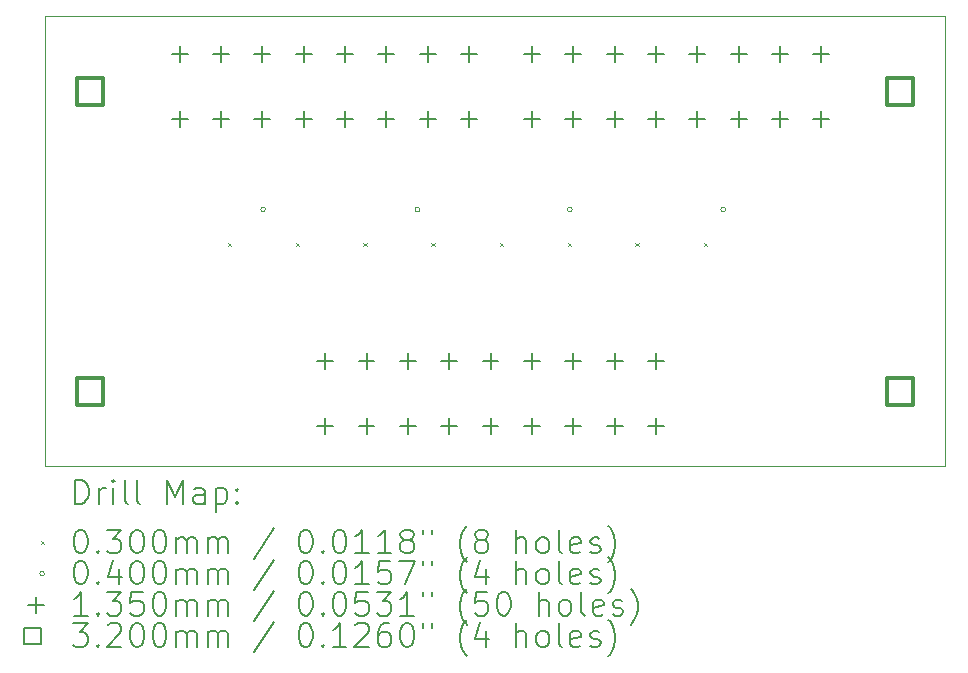
<source format=gbr>
%TF.GenerationSoftware,KiCad,Pcbnew,7.0.7*%
%TF.CreationDate,2023-09-05T00:06:30-07:00*%
%TF.ProjectId,Solenoid Board Ground Systems V1.1,536f6c65-6e6f-4696-9420-426f61726420,rev?*%
%TF.SameCoordinates,Original*%
%TF.FileFunction,Drillmap*%
%TF.FilePolarity,Positive*%
%FSLAX45Y45*%
G04 Gerber Fmt 4.5, Leading zero omitted, Abs format (unit mm)*
G04 Created by KiCad (PCBNEW 7.0.7) date 2023-09-05 00:06:30*
%MOMM*%
%LPD*%
G01*
G04 APERTURE LIST*
%ADD10C,0.100000*%
%ADD11C,0.200000*%
%ADD12C,0.030000*%
%ADD13C,0.040000*%
%ADD14C,0.135000*%
%ADD15C,0.320000*%
G04 APERTURE END LIST*
D10*
X2540000Y-2540000D02*
X10160000Y-2540000D01*
X10160000Y-6350000D01*
X2540000Y-6350000D01*
X2540000Y-2540000D01*
D11*
D12*
X4086500Y-4459000D02*
X4116500Y-4489000D01*
X4116500Y-4459000D02*
X4086500Y-4489000D01*
X4664000Y-4459000D02*
X4694000Y-4489000D01*
X4694000Y-4459000D02*
X4664000Y-4489000D01*
X5236500Y-4456500D02*
X5266500Y-4486500D01*
X5266500Y-4456500D02*
X5236500Y-4486500D01*
X5811500Y-4459000D02*
X5841500Y-4489000D01*
X5841500Y-4459000D02*
X5811500Y-4489000D01*
X6389000Y-4459000D02*
X6419000Y-4489000D01*
X6419000Y-4459000D02*
X6389000Y-4489000D01*
X6964000Y-4456500D02*
X6994000Y-4486500D01*
X6994000Y-4456500D02*
X6964000Y-4486500D01*
X7539000Y-4459000D02*
X7569000Y-4489000D01*
X7569000Y-4459000D02*
X7539000Y-4489000D01*
X8119000Y-4456500D02*
X8149000Y-4486500D01*
X8149000Y-4456500D02*
X8119000Y-4486500D01*
D13*
X4406000Y-4175000D02*
G75*
G03*
X4406000Y-4175000I-20000J0D01*
G01*
X5713593Y-4177000D02*
G75*
G03*
X5713593Y-4177000I-20000J0D01*
G01*
X7004000Y-4176000D02*
G75*
G03*
X7004000Y-4176000I-20000J0D01*
G01*
X8301000Y-4176000D02*
G75*
G03*
X8301000Y-4176000I-20000J0D01*
G01*
D14*
X3681000Y-2793500D02*
X3681000Y-2928500D01*
X3613500Y-2861000D02*
X3748500Y-2861000D01*
X3681000Y-3343500D02*
X3681000Y-3478500D01*
X3613500Y-3411000D02*
X3748500Y-3411000D01*
X4031000Y-2793500D02*
X4031000Y-2928500D01*
X3963500Y-2861000D02*
X4098500Y-2861000D01*
X4031000Y-3343500D02*
X4031000Y-3478500D01*
X3963500Y-3411000D02*
X4098500Y-3411000D01*
X4381000Y-2793500D02*
X4381000Y-2928500D01*
X4313500Y-2861000D02*
X4448500Y-2861000D01*
X4381000Y-3343500D02*
X4381000Y-3478500D01*
X4313500Y-3411000D02*
X4448500Y-3411000D01*
X4731000Y-2793500D02*
X4731000Y-2928500D01*
X4663500Y-2861000D02*
X4798500Y-2861000D01*
X4731000Y-3343500D02*
X4731000Y-3478500D01*
X4663500Y-3411000D02*
X4798500Y-3411000D01*
X4912000Y-5388500D02*
X4912000Y-5523500D01*
X4844500Y-5456000D02*
X4979500Y-5456000D01*
X4912000Y-5938500D02*
X4912000Y-6073500D01*
X4844500Y-6006000D02*
X4979500Y-6006000D01*
X5081000Y-2793500D02*
X5081000Y-2928500D01*
X5013500Y-2861000D02*
X5148500Y-2861000D01*
X5081000Y-3343500D02*
X5081000Y-3478500D01*
X5013500Y-3411000D02*
X5148500Y-3411000D01*
X5262000Y-5388500D02*
X5262000Y-5523500D01*
X5194500Y-5456000D02*
X5329500Y-5456000D01*
X5262000Y-5938500D02*
X5262000Y-6073500D01*
X5194500Y-6006000D02*
X5329500Y-6006000D01*
X5431000Y-2793500D02*
X5431000Y-2928500D01*
X5363500Y-2861000D02*
X5498500Y-2861000D01*
X5431000Y-3343500D02*
X5431000Y-3478500D01*
X5363500Y-3411000D02*
X5498500Y-3411000D01*
X5612000Y-5388500D02*
X5612000Y-5523500D01*
X5544500Y-5456000D02*
X5679500Y-5456000D01*
X5612000Y-5938500D02*
X5612000Y-6073500D01*
X5544500Y-6006000D02*
X5679500Y-6006000D01*
X5781000Y-2793500D02*
X5781000Y-2928500D01*
X5713500Y-2861000D02*
X5848500Y-2861000D01*
X5781000Y-3343500D02*
X5781000Y-3478500D01*
X5713500Y-3411000D02*
X5848500Y-3411000D01*
X5962000Y-5388500D02*
X5962000Y-5523500D01*
X5894500Y-5456000D02*
X6029500Y-5456000D01*
X5962000Y-5938500D02*
X5962000Y-6073500D01*
X5894500Y-6006000D02*
X6029500Y-6006000D01*
X6131000Y-2793500D02*
X6131000Y-2928500D01*
X6063500Y-2861000D02*
X6198500Y-2861000D01*
X6131000Y-3343500D02*
X6131000Y-3478500D01*
X6063500Y-3411000D02*
X6198500Y-3411000D01*
X6312000Y-5388500D02*
X6312000Y-5523500D01*
X6244500Y-5456000D02*
X6379500Y-5456000D01*
X6312000Y-5938500D02*
X6312000Y-6073500D01*
X6244500Y-6006000D02*
X6379500Y-6006000D01*
X6662000Y-2789500D02*
X6662000Y-2924500D01*
X6594500Y-2857000D02*
X6729500Y-2857000D01*
X6662000Y-3339500D02*
X6662000Y-3474500D01*
X6594500Y-3407000D02*
X6729500Y-3407000D01*
X6662000Y-5388500D02*
X6662000Y-5523500D01*
X6594500Y-5456000D02*
X6729500Y-5456000D01*
X6662000Y-5938500D02*
X6662000Y-6073500D01*
X6594500Y-6006000D02*
X6729500Y-6006000D01*
X7012000Y-2789500D02*
X7012000Y-2924500D01*
X6944500Y-2857000D02*
X7079500Y-2857000D01*
X7012000Y-3339500D02*
X7012000Y-3474500D01*
X6944500Y-3407000D02*
X7079500Y-3407000D01*
X7012000Y-5388500D02*
X7012000Y-5523500D01*
X6944500Y-5456000D02*
X7079500Y-5456000D01*
X7012000Y-5938500D02*
X7012000Y-6073500D01*
X6944500Y-6006000D02*
X7079500Y-6006000D01*
X7362000Y-2789500D02*
X7362000Y-2924500D01*
X7294500Y-2857000D02*
X7429500Y-2857000D01*
X7362000Y-3339500D02*
X7362000Y-3474500D01*
X7294500Y-3407000D02*
X7429500Y-3407000D01*
X7362000Y-5388500D02*
X7362000Y-5523500D01*
X7294500Y-5456000D02*
X7429500Y-5456000D01*
X7362000Y-5938500D02*
X7362000Y-6073500D01*
X7294500Y-6006000D02*
X7429500Y-6006000D01*
X7712000Y-2789500D02*
X7712000Y-2924500D01*
X7644500Y-2857000D02*
X7779500Y-2857000D01*
X7712000Y-3339500D02*
X7712000Y-3474500D01*
X7644500Y-3407000D02*
X7779500Y-3407000D01*
X7712000Y-5388500D02*
X7712000Y-5523500D01*
X7644500Y-5456000D02*
X7779500Y-5456000D01*
X7712000Y-5938500D02*
X7712000Y-6073500D01*
X7644500Y-6006000D02*
X7779500Y-6006000D01*
X8062000Y-2789500D02*
X8062000Y-2924500D01*
X7994500Y-2857000D02*
X8129500Y-2857000D01*
X8062000Y-3339500D02*
X8062000Y-3474500D01*
X7994500Y-3407000D02*
X8129500Y-3407000D01*
X8412000Y-2789500D02*
X8412000Y-2924500D01*
X8344500Y-2857000D02*
X8479500Y-2857000D01*
X8412000Y-3339500D02*
X8412000Y-3474500D01*
X8344500Y-3407000D02*
X8479500Y-3407000D01*
X8762000Y-2789500D02*
X8762000Y-2924500D01*
X8694500Y-2857000D02*
X8829500Y-2857000D01*
X8762000Y-3339500D02*
X8762000Y-3474500D01*
X8694500Y-3407000D02*
X8829500Y-3407000D01*
X9112000Y-2789500D02*
X9112000Y-2924500D01*
X9044500Y-2857000D02*
X9179500Y-2857000D01*
X9112000Y-3339500D02*
X9112000Y-3474500D01*
X9044500Y-3407000D02*
X9179500Y-3407000D01*
D15*
X3034138Y-3288138D02*
X3034138Y-3061862D01*
X2807862Y-3061862D01*
X2807862Y-3288138D01*
X3034138Y-3288138D01*
X3034138Y-5828138D02*
X3034138Y-5601862D01*
X2807862Y-5601862D01*
X2807862Y-5828138D01*
X3034138Y-5828138D01*
X9892138Y-3288138D02*
X9892138Y-3061862D01*
X9665862Y-3061862D01*
X9665862Y-3288138D01*
X9892138Y-3288138D01*
X9892138Y-5828138D02*
X9892138Y-5601862D01*
X9665862Y-5601862D01*
X9665862Y-5828138D01*
X9892138Y-5828138D01*
D11*
X2795777Y-6666484D02*
X2795777Y-6466484D01*
X2795777Y-6466484D02*
X2843396Y-6466484D01*
X2843396Y-6466484D02*
X2871967Y-6476008D01*
X2871967Y-6476008D02*
X2891015Y-6495055D01*
X2891015Y-6495055D02*
X2900539Y-6514103D01*
X2900539Y-6514103D02*
X2910062Y-6552198D01*
X2910062Y-6552198D02*
X2910062Y-6580769D01*
X2910062Y-6580769D02*
X2900539Y-6618865D01*
X2900539Y-6618865D02*
X2891015Y-6637912D01*
X2891015Y-6637912D02*
X2871967Y-6656960D01*
X2871967Y-6656960D02*
X2843396Y-6666484D01*
X2843396Y-6666484D02*
X2795777Y-6666484D01*
X2995777Y-6666484D02*
X2995777Y-6533150D01*
X2995777Y-6571246D02*
X3005301Y-6552198D01*
X3005301Y-6552198D02*
X3014824Y-6542674D01*
X3014824Y-6542674D02*
X3033872Y-6533150D01*
X3033872Y-6533150D02*
X3052920Y-6533150D01*
X3119586Y-6666484D02*
X3119586Y-6533150D01*
X3119586Y-6466484D02*
X3110062Y-6476008D01*
X3110062Y-6476008D02*
X3119586Y-6485531D01*
X3119586Y-6485531D02*
X3129110Y-6476008D01*
X3129110Y-6476008D02*
X3119586Y-6466484D01*
X3119586Y-6466484D02*
X3119586Y-6485531D01*
X3243396Y-6666484D02*
X3224348Y-6656960D01*
X3224348Y-6656960D02*
X3214824Y-6637912D01*
X3214824Y-6637912D02*
X3214824Y-6466484D01*
X3348158Y-6666484D02*
X3329110Y-6656960D01*
X3329110Y-6656960D02*
X3319586Y-6637912D01*
X3319586Y-6637912D02*
X3319586Y-6466484D01*
X3576729Y-6666484D02*
X3576729Y-6466484D01*
X3576729Y-6466484D02*
X3643396Y-6609341D01*
X3643396Y-6609341D02*
X3710062Y-6466484D01*
X3710062Y-6466484D02*
X3710062Y-6666484D01*
X3891015Y-6666484D02*
X3891015Y-6561722D01*
X3891015Y-6561722D02*
X3881491Y-6542674D01*
X3881491Y-6542674D02*
X3862443Y-6533150D01*
X3862443Y-6533150D02*
X3824348Y-6533150D01*
X3824348Y-6533150D02*
X3805301Y-6542674D01*
X3891015Y-6656960D02*
X3871967Y-6666484D01*
X3871967Y-6666484D02*
X3824348Y-6666484D01*
X3824348Y-6666484D02*
X3805301Y-6656960D01*
X3805301Y-6656960D02*
X3795777Y-6637912D01*
X3795777Y-6637912D02*
X3795777Y-6618865D01*
X3795777Y-6618865D02*
X3805301Y-6599817D01*
X3805301Y-6599817D02*
X3824348Y-6590293D01*
X3824348Y-6590293D02*
X3871967Y-6590293D01*
X3871967Y-6590293D02*
X3891015Y-6580769D01*
X3986253Y-6533150D02*
X3986253Y-6733150D01*
X3986253Y-6542674D02*
X4005301Y-6533150D01*
X4005301Y-6533150D02*
X4043396Y-6533150D01*
X4043396Y-6533150D02*
X4062443Y-6542674D01*
X4062443Y-6542674D02*
X4071967Y-6552198D01*
X4071967Y-6552198D02*
X4081491Y-6571246D01*
X4081491Y-6571246D02*
X4081491Y-6628388D01*
X4081491Y-6628388D02*
X4071967Y-6647436D01*
X4071967Y-6647436D02*
X4062443Y-6656960D01*
X4062443Y-6656960D02*
X4043396Y-6666484D01*
X4043396Y-6666484D02*
X4005301Y-6666484D01*
X4005301Y-6666484D02*
X3986253Y-6656960D01*
X4167205Y-6647436D02*
X4176729Y-6656960D01*
X4176729Y-6656960D02*
X4167205Y-6666484D01*
X4167205Y-6666484D02*
X4157682Y-6656960D01*
X4157682Y-6656960D02*
X4167205Y-6647436D01*
X4167205Y-6647436D02*
X4167205Y-6666484D01*
X4167205Y-6542674D02*
X4176729Y-6552198D01*
X4176729Y-6552198D02*
X4167205Y-6561722D01*
X4167205Y-6561722D02*
X4157682Y-6552198D01*
X4157682Y-6552198D02*
X4167205Y-6542674D01*
X4167205Y-6542674D02*
X4167205Y-6561722D01*
D12*
X2505000Y-6980000D02*
X2535000Y-7010000D01*
X2535000Y-6980000D02*
X2505000Y-7010000D01*
D11*
X2833872Y-6886484D02*
X2852920Y-6886484D01*
X2852920Y-6886484D02*
X2871967Y-6896008D01*
X2871967Y-6896008D02*
X2881491Y-6905531D01*
X2881491Y-6905531D02*
X2891015Y-6924579D01*
X2891015Y-6924579D02*
X2900539Y-6962674D01*
X2900539Y-6962674D02*
X2900539Y-7010293D01*
X2900539Y-7010293D02*
X2891015Y-7048388D01*
X2891015Y-7048388D02*
X2881491Y-7067436D01*
X2881491Y-7067436D02*
X2871967Y-7076960D01*
X2871967Y-7076960D02*
X2852920Y-7086484D01*
X2852920Y-7086484D02*
X2833872Y-7086484D01*
X2833872Y-7086484D02*
X2814824Y-7076960D01*
X2814824Y-7076960D02*
X2805301Y-7067436D01*
X2805301Y-7067436D02*
X2795777Y-7048388D01*
X2795777Y-7048388D02*
X2786253Y-7010293D01*
X2786253Y-7010293D02*
X2786253Y-6962674D01*
X2786253Y-6962674D02*
X2795777Y-6924579D01*
X2795777Y-6924579D02*
X2805301Y-6905531D01*
X2805301Y-6905531D02*
X2814824Y-6896008D01*
X2814824Y-6896008D02*
X2833872Y-6886484D01*
X2986253Y-7067436D02*
X2995777Y-7076960D01*
X2995777Y-7076960D02*
X2986253Y-7086484D01*
X2986253Y-7086484D02*
X2976729Y-7076960D01*
X2976729Y-7076960D02*
X2986253Y-7067436D01*
X2986253Y-7067436D02*
X2986253Y-7086484D01*
X3062443Y-6886484D02*
X3186253Y-6886484D01*
X3186253Y-6886484D02*
X3119586Y-6962674D01*
X3119586Y-6962674D02*
X3148158Y-6962674D01*
X3148158Y-6962674D02*
X3167205Y-6972198D01*
X3167205Y-6972198D02*
X3176729Y-6981722D01*
X3176729Y-6981722D02*
X3186253Y-7000769D01*
X3186253Y-7000769D02*
X3186253Y-7048388D01*
X3186253Y-7048388D02*
X3176729Y-7067436D01*
X3176729Y-7067436D02*
X3167205Y-7076960D01*
X3167205Y-7076960D02*
X3148158Y-7086484D01*
X3148158Y-7086484D02*
X3091015Y-7086484D01*
X3091015Y-7086484D02*
X3071967Y-7076960D01*
X3071967Y-7076960D02*
X3062443Y-7067436D01*
X3310062Y-6886484D02*
X3329110Y-6886484D01*
X3329110Y-6886484D02*
X3348158Y-6896008D01*
X3348158Y-6896008D02*
X3357682Y-6905531D01*
X3357682Y-6905531D02*
X3367205Y-6924579D01*
X3367205Y-6924579D02*
X3376729Y-6962674D01*
X3376729Y-6962674D02*
X3376729Y-7010293D01*
X3376729Y-7010293D02*
X3367205Y-7048388D01*
X3367205Y-7048388D02*
X3357682Y-7067436D01*
X3357682Y-7067436D02*
X3348158Y-7076960D01*
X3348158Y-7076960D02*
X3329110Y-7086484D01*
X3329110Y-7086484D02*
X3310062Y-7086484D01*
X3310062Y-7086484D02*
X3291015Y-7076960D01*
X3291015Y-7076960D02*
X3281491Y-7067436D01*
X3281491Y-7067436D02*
X3271967Y-7048388D01*
X3271967Y-7048388D02*
X3262443Y-7010293D01*
X3262443Y-7010293D02*
X3262443Y-6962674D01*
X3262443Y-6962674D02*
X3271967Y-6924579D01*
X3271967Y-6924579D02*
X3281491Y-6905531D01*
X3281491Y-6905531D02*
X3291015Y-6896008D01*
X3291015Y-6896008D02*
X3310062Y-6886484D01*
X3500539Y-6886484D02*
X3519586Y-6886484D01*
X3519586Y-6886484D02*
X3538634Y-6896008D01*
X3538634Y-6896008D02*
X3548158Y-6905531D01*
X3548158Y-6905531D02*
X3557682Y-6924579D01*
X3557682Y-6924579D02*
X3567205Y-6962674D01*
X3567205Y-6962674D02*
X3567205Y-7010293D01*
X3567205Y-7010293D02*
X3557682Y-7048388D01*
X3557682Y-7048388D02*
X3548158Y-7067436D01*
X3548158Y-7067436D02*
X3538634Y-7076960D01*
X3538634Y-7076960D02*
X3519586Y-7086484D01*
X3519586Y-7086484D02*
X3500539Y-7086484D01*
X3500539Y-7086484D02*
X3481491Y-7076960D01*
X3481491Y-7076960D02*
X3471967Y-7067436D01*
X3471967Y-7067436D02*
X3462443Y-7048388D01*
X3462443Y-7048388D02*
X3452920Y-7010293D01*
X3452920Y-7010293D02*
X3452920Y-6962674D01*
X3452920Y-6962674D02*
X3462443Y-6924579D01*
X3462443Y-6924579D02*
X3471967Y-6905531D01*
X3471967Y-6905531D02*
X3481491Y-6896008D01*
X3481491Y-6896008D02*
X3500539Y-6886484D01*
X3652920Y-7086484D02*
X3652920Y-6953150D01*
X3652920Y-6972198D02*
X3662443Y-6962674D01*
X3662443Y-6962674D02*
X3681491Y-6953150D01*
X3681491Y-6953150D02*
X3710063Y-6953150D01*
X3710063Y-6953150D02*
X3729110Y-6962674D01*
X3729110Y-6962674D02*
X3738634Y-6981722D01*
X3738634Y-6981722D02*
X3738634Y-7086484D01*
X3738634Y-6981722D02*
X3748158Y-6962674D01*
X3748158Y-6962674D02*
X3767205Y-6953150D01*
X3767205Y-6953150D02*
X3795777Y-6953150D01*
X3795777Y-6953150D02*
X3814824Y-6962674D01*
X3814824Y-6962674D02*
X3824348Y-6981722D01*
X3824348Y-6981722D02*
X3824348Y-7086484D01*
X3919586Y-7086484D02*
X3919586Y-6953150D01*
X3919586Y-6972198D02*
X3929110Y-6962674D01*
X3929110Y-6962674D02*
X3948158Y-6953150D01*
X3948158Y-6953150D02*
X3976729Y-6953150D01*
X3976729Y-6953150D02*
X3995777Y-6962674D01*
X3995777Y-6962674D02*
X4005301Y-6981722D01*
X4005301Y-6981722D02*
X4005301Y-7086484D01*
X4005301Y-6981722D02*
X4014824Y-6962674D01*
X4014824Y-6962674D02*
X4033872Y-6953150D01*
X4033872Y-6953150D02*
X4062443Y-6953150D01*
X4062443Y-6953150D02*
X4081491Y-6962674D01*
X4081491Y-6962674D02*
X4091015Y-6981722D01*
X4091015Y-6981722D02*
X4091015Y-7086484D01*
X4481491Y-6876960D02*
X4310063Y-7134103D01*
X4738634Y-6886484D02*
X4757682Y-6886484D01*
X4757682Y-6886484D02*
X4776729Y-6896008D01*
X4776729Y-6896008D02*
X4786253Y-6905531D01*
X4786253Y-6905531D02*
X4795777Y-6924579D01*
X4795777Y-6924579D02*
X4805301Y-6962674D01*
X4805301Y-6962674D02*
X4805301Y-7010293D01*
X4805301Y-7010293D02*
X4795777Y-7048388D01*
X4795777Y-7048388D02*
X4786253Y-7067436D01*
X4786253Y-7067436D02*
X4776729Y-7076960D01*
X4776729Y-7076960D02*
X4757682Y-7086484D01*
X4757682Y-7086484D02*
X4738634Y-7086484D01*
X4738634Y-7086484D02*
X4719587Y-7076960D01*
X4719587Y-7076960D02*
X4710063Y-7067436D01*
X4710063Y-7067436D02*
X4700539Y-7048388D01*
X4700539Y-7048388D02*
X4691015Y-7010293D01*
X4691015Y-7010293D02*
X4691015Y-6962674D01*
X4691015Y-6962674D02*
X4700539Y-6924579D01*
X4700539Y-6924579D02*
X4710063Y-6905531D01*
X4710063Y-6905531D02*
X4719587Y-6896008D01*
X4719587Y-6896008D02*
X4738634Y-6886484D01*
X4891015Y-7067436D02*
X4900539Y-7076960D01*
X4900539Y-7076960D02*
X4891015Y-7086484D01*
X4891015Y-7086484D02*
X4881491Y-7076960D01*
X4881491Y-7076960D02*
X4891015Y-7067436D01*
X4891015Y-7067436D02*
X4891015Y-7086484D01*
X5024348Y-6886484D02*
X5043396Y-6886484D01*
X5043396Y-6886484D02*
X5062444Y-6896008D01*
X5062444Y-6896008D02*
X5071968Y-6905531D01*
X5071968Y-6905531D02*
X5081491Y-6924579D01*
X5081491Y-6924579D02*
X5091015Y-6962674D01*
X5091015Y-6962674D02*
X5091015Y-7010293D01*
X5091015Y-7010293D02*
X5081491Y-7048388D01*
X5081491Y-7048388D02*
X5071968Y-7067436D01*
X5071968Y-7067436D02*
X5062444Y-7076960D01*
X5062444Y-7076960D02*
X5043396Y-7086484D01*
X5043396Y-7086484D02*
X5024348Y-7086484D01*
X5024348Y-7086484D02*
X5005301Y-7076960D01*
X5005301Y-7076960D02*
X4995777Y-7067436D01*
X4995777Y-7067436D02*
X4986253Y-7048388D01*
X4986253Y-7048388D02*
X4976729Y-7010293D01*
X4976729Y-7010293D02*
X4976729Y-6962674D01*
X4976729Y-6962674D02*
X4986253Y-6924579D01*
X4986253Y-6924579D02*
X4995777Y-6905531D01*
X4995777Y-6905531D02*
X5005301Y-6896008D01*
X5005301Y-6896008D02*
X5024348Y-6886484D01*
X5281491Y-7086484D02*
X5167206Y-7086484D01*
X5224348Y-7086484D02*
X5224348Y-6886484D01*
X5224348Y-6886484D02*
X5205301Y-6915055D01*
X5205301Y-6915055D02*
X5186253Y-6934103D01*
X5186253Y-6934103D02*
X5167206Y-6943627D01*
X5471968Y-7086484D02*
X5357682Y-7086484D01*
X5414825Y-7086484D02*
X5414825Y-6886484D01*
X5414825Y-6886484D02*
X5395777Y-6915055D01*
X5395777Y-6915055D02*
X5376729Y-6934103D01*
X5376729Y-6934103D02*
X5357682Y-6943627D01*
X5586253Y-6972198D02*
X5567206Y-6962674D01*
X5567206Y-6962674D02*
X5557682Y-6953150D01*
X5557682Y-6953150D02*
X5548158Y-6934103D01*
X5548158Y-6934103D02*
X5548158Y-6924579D01*
X5548158Y-6924579D02*
X5557682Y-6905531D01*
X5557682Y-6905531D02*
X5567206Y-6896008D01*
X5567206Y-6896008D02*
X5586253Y-6886484D01*
X5586253Y-6886484D02*
X5624348Y-6886484D01*
X5624348Y-6886484D02*
X5643396Y-6896008D01*
X5643396Y-6896008D02*
X5652920Y-6905531D01*
X5652920Y-6905531D02*
X5662444Y-6924579D01*
X5662444Y-6924579D02*
X5662444Y-6934103D01*
X5662444Y-6934103D02*
X5652920Y-6953150D01*
X5652920Y-6953150D02*
X5643396Y-6962674D01*
X5643396Y-6962674D02*
X5624348Y-6972198D01*
X5624348Y-6972198D02*
X5586253Y-6972198D01*
X5586253Y-6972198D02*
X5567206Y-6981722D01*
X5567206Y-6981722D02*
X5557682Y-6991246D01*
X5557682Y-6991246D02*
X5548158Y-7010293D01*
X5548158Y-7010293D02*
X5548158Y-7048388D01*
X5548158Y-7048388D02*
X5557682Y-7067436D01*
X5557682Y-7067436D02*
X5567206Y-7076960D01*
X5567206Y-7076960D02*
X5586253Y-7086484D01*
X5586253Y-7086484D02*
X5624348Y-7086484D01*
X5624348Y-7086484D02*
X5643396Y-7076960D01*
X5643396Y-7076960D02*
X5652920Y-7067436D01*
X5652920Y-7067436D02*
X5662444Y-7048388D01*
X5662444Y-7048388D02*
X5662444Y-7010293D01*
X5662444Y-7010293D02*
X5652920Y-6991246D01*
X5652920Y-6991246D02*
X5643396Y-6981722D01*
X5643396Y-6981722D02*
X5624348Y-6972198D01*
X5738634Y-6886484D02*
X5738634Y-6924579D01*
X5814825Y-6886484D02*
X5814825Y-6924579D01*
X6110063Y-7162674D02*
X6100539Y-7153150D01*
X6100539Y-7153150D02*
X6081491Y-7124579D01*
X6081491Y-7124579D02*
X6071968Y-7105531D01*
X6071968Y-7105531D02*
X6062444Y-7076960D01*
X6062444Y-7076960D02*
X6052920Y-7029341D01*
X6052920Y-7029341D02*
X6052920Y-6991246D01*
X6052920Y-6991246D02*
X6062444Y-6943627D01*
X6062444Y-6943627D02*
X6071968Y-6915055D01*
X6071968Y-6915055D02*
X6081491Y-6896008D01*
X6081491Y-6896008D02*
X6100539Y-6867436D01*
X6100539Y-6867436D02*
X6110063Y-6857912D01*
X6214825Y-6972198D02*
X6195777Y-6962674D01*
X6195777Y-6962674D02*
X6186253Y-6953150D01*
X6186253Y-6953150D02*
X6176729Y-6934103D01*
X6176729Y-6934103D02*
X6176729Y-6924579D01*
X6176729Y-6924579D02*
X6186253Y-6905531D01*
X6186253Y-6905531D02*
X6195777Y-6896008D01*
X6195777Y-6896008D02*
X6214825Y-6886484D01*
X6214825Y-6886484D02*
X6252920Y-6886484D01*
X6252920Y-6886484D02*
X6271968Y-6896008D01*
X6271968Y-6896008D02*
X6281491Y-6905531D01*
X6281491Y-6905531D02*
X6291015Y-6924579D01*
X6291015Y-6924579D02*
X6291015Y-6934103D01*
X6291015Y-6934103D02*
X6281491Y-6953150D01*
X6281491Y-6953150D02*
X6271968Y-6962674D01*
X6271968Y-6962674D02*
X6252920Y-6972198D01*
X6252920Y-6972198D02*
X6214825Y-6972198D01*
X6214825Y-6972198D02*
X6195777Y-6981722D01*
X6195777Y-6981722D02*
X6186253Y-6991246D01*
X6186253Y-6991246D02*
X6176729Y-7010293D01*
X6176729Y-7010293D02*
X6176729Y-7048388D01*
X6176729Y-7048388D02*
X6186253Y-7067436D01*
X6186253Y-7067436D02*
X6195777Y-7076960D01*
X6195777Y-7076960D02*
X6214825Y-7086484D01*
X6214825Y-7086484D02*
X6252920Y-7086484D01*
X6252920Y-7086484D02*
X6271968Y-7076960D01*
X6271968Y-7076960D02*
X6281491Y-7067436D01*
X6281491Y-7067436D02*
X6291015Y-7048388D01*
X6291015Y-7048388D02*
X6291015Y-7010293D01*
X6291015Y-7010293D02*
X6281491Y-6991246D01*
X6281491Y-6991246D02*
X6271968Y-6981722D01*
X6271968Y-6981722D02*
X6252920Y-6972198D01*
X6529110Y-7086484D02*
X6529110Y-6886484D01*
X6614825Y-7086484D02*
X6614825Y-6981722D01*
X6614825Y-6981722D02*
X6605301Y-6962674D01*
X6605301Y-6962674D02*
X6586253Y-6953150D01*
X6586253Y-6953150D02*
X6557682Y-6953150D01*
X6557682Y-6953150D02*
X6538634Y-6962674D01*
X6538634Y-6962674D02*
X6529110Y-6972198D01*
X6738634Y-7086484D02*
X6719587Y-7076960D01*
X6719587Y-7076960D02*
X6710063Y-7067436D01*
X6710063Y-7067436D02*
X6700539Y-7048388D01*
X6700539Y-7048388D02*
X6700539Y-6991246D01*
X6700539Y-6991246D02*
X6710063Y-6972198D01*
X6710063Y-6972198D02*
X6719587Y-6962674D01*
X6719587Y-6962674D02*
X6738634Y-6953150D01*
X6738634Y-6953150D02*
X6767206Y-6953150D01*
X6767206Y-6953150D02*
X6786253Y-6962674D01*
X6786253Y-6962674D02*
X6795777Y-6972198D01*
X6795777Y-6972198D02*
X6805301Y-6991246D01*
X6805301Y-6991246D02*
X6805301Y-7048388D01*
X6805301Y-7048388D02*
X6795777Y-7067436D01*
X6795777Y-7067436D02*
X6786253Y-7076960D01*
X6786253Y-7076960D02*
X6767206Y-7086484D01*
X6767206Y-7086484D02*
X6738634Y-7086484D01*
X6919587Y-7086484D02*
X6900539Y-7076960D01*
X6900539Y-7076960D02*
X6891015Y-7057912D01*
X6891015Y-7057912D02*
X6891015Y-6886484D01*
X7071968Y-7076960D02*
X7052920Y-7086484D01*
X7052920Y-7086484D02*
X7014825Y-7086484D01*
X7014825Y-7086484D02*
X6995777Y-7076960D01*
X6995777Y-7076960D02*
X6986253Y-7057912D01*
X6986253Y-7057912D02*
X6986253Y-6981722D01*
X6986253Y-6981722D02*
X6995777Y-6962674D01*
X6995777Y-6962674D02*
X7014825Y-6953150D01*
X7014825Y-6953150D02*
X7052920Y-6953150D01*
X7052920Y-6953150D02*
X7071968Y-6962674D01*
X7071968Y-6962674D02*
X7081491Y-6981722D01*
X7081491Y-6981722D02*
X7081491Y-7000769D01*
X7081491Y-7000769D02*
X6986253Y-7019817D01*
X7157682Y-7076960D02*
X7176730Y-7086484D01*
X7176730Y-7086484D02*
X7214825Y-7086484D01*
X7214825Y-7086484D02*
X7233872Y-7076960D01*
X7233872Y-7076960D02*
X7243396Y-7057912D01*
X7243396Y-7057912D02*
X7243396Y-7048388D01*
X7243396Y-7048388D02*
X7233872Y-7029341D01*
X7233872Y-7029341D02*
X7214825Y-7019817D01*
X7214825Y-7019817D02*
X7186253Y-7019817D01*
X7186253Y-7019817D02*
X7167206Y-7010293D01*
X7167206Y-7010293D02*
X7157682Y-6991246D01*
X7157682Y-6991246D02*
X7157682Y-6981722D01*
X7157682Y-6981722D02*
X7167206Y-6962674D01*
X7167206Y-6962674D02*
X7186253Y-6953150D01*
X7186253Y-6953150D02*
X7214825Y-6953150D01*
X7214825Y-6953150D02*
X7233872Y-6962674D01*
X7310063Y-7162674D02*
X7319587Y-7153150D01*
X7319587Y-7153150D02*
X7338634Y-7124579D01*
X7338634Y-7124579D02*
X7348158Y-7105531D01*
X7348158Y-7105531D02*
X7357682Y-7076960D01*
X7357682Y-7076960D02*
X7367206Y-7029341D01*
X7367206Y-7029341D02*
X7367206Y-6991246D01*
X7367206Y-6991246D02*
X7357682Y-6943627D01*
X7357682Y-6943627D02*
X7348158Y-6915055D01*
X7348158Y-6915055D02*
X7338634Y-6896008D01*
X7338634Y-6896008D02*
X7319587Y-6867436D01*
X7319587Y-6867436D02*
X7310063Y-6857912D01*
D13*
X2535000Y-7259000D02*
G75*
G03*
X2535000Y-7259000I-20000J0D01*
G01*
D11*
X2833872Y-7150484D02*
X2852920Y-7150484D01*
X2852920Y-7150484D02*
X2871967Y-7160008D01*
X2871967Y-7160008D02*
X2881491Y-7169531D01*
X2881491Y-7169531D02*
X2891015Y-7188579D01*
X2891015Y-7188579D02*
X2900539Y-7226674D01*
X2900539Y-7226674D02*
X2900539Y-7274293D01*
X2900539Y-7274293D02*
X2891015Y-7312388D01*
X2891015Y-7312388D02*
X2881491Y-7331436D01*
X2881491Y-7331436D02*
X2871967Y-7340960D01*
X2871967Y-7340960D02*
X2852920Y-7350484D01*
X2852920Y-7350484D02*
X2833872Y-7350484D01*
X2833872Y-7350484D02*
X2814824Y-7340960D01*
X2814824Y-7340960D02*
X2805301Y-7331436D01*
X2805301Y-7331436D02*
X2795777Y-7312388D01*
X2795777Y-7312388D02*
X2786253Y-7274293D01*
X2786253Y-7274293D02*
X2786253Y-7226674D01*
X2786253Y-7226674D02*
X2795777Y-7188579D01*
X2795777Y-7188579D02*
X2805301Y-7169531D01*
X2805301Y-7169531D02*
X2814824Y-7160008D01*
X2814824Y-7160008D02*
X2833872Y-7150484D01*
X2986253Y-7331436D02*
X2995777Y-7340960D01*
X2995777Y-7340960D02*
X2986253Y-7350484D01*
X2986253Y-7350484D02*
X2976729Y-7340960D01*
X2976729Y-7340960D02*
X2986253Y-7331436D01*
X2986253Y-7331436D02*
X2986253Y-7350484D01*
X3167205Y-7217150D02*
X3167205Y-7350484D01*
X3119586Y-7140960D02*
X3071967Y-7283817D01*
X3071967Y-7283817D02*
X3195777Y-7283817D01*
X3310062Y-7150484D02*
X3329110Y-7150484D01*
X3329110Y-7150484D02*
X3348158Y-7160008D01*
X3348158Y-7160008D02*
X3357682Y-7169531D01*
X3357682Y-7169531D02*
X3367205Y-7188579D01*
X3367205Y-7188579D02*
X3376729Y-7226674D01*
X3376729Y-7226674D02*
X3376729Y-7274293D01*
X3376729Y-7274293D02*
X3367205Y-7312388D01*
X3367205Y-7312388D02*
X3357682Y-7331436D01*
X3357682Y-7331436D02*
X3348158Y-7340960D01*
X3348158Y-7340960D02*
X3329110Y-7350484D01*
X3329110Y-7350484D02*
X3310062Y-7350484D01*
X3310062Y-7350484D02*
X3291015Y-7340960D01*
X3291015Y-7340960D02*
X3281491Y-7331436D01*
X3281491Y-7331436D02*
X3271967Y-7312388D01*
X3271967Y-7312388D02*
X3262443Y-7274293D01*
X3262443Y-7274293D02*
X3262443Y-7226674D01*
X3262443Y-7226674D02*
X3271967Y-7188579D01*
X3271967Y-7188579D02*
X3281491Y-7169531D01*
X3281491Y-7169531D02*
X3291015Y-7160008D01*
X3291015Y-7160008D02*
X3310062Y-7150484D01*
X3500539Y-7150484D02*
X3519586Y-7150484D01*
X3519586Y-7150484D02*
X3538634Y-7160008D01*
X3538634Y-7160008D02*
X3548158Y-7169531D01*
X3548158Y-7169531D02*
X3557682Y-7188579D01*
X3557682Y-7188579D02*
X3567205Y-7226674D01*
X3567205Y-7226674D02*
X3567205Y-7274293D01*
X3567205Y-7274293D02*
X3557682Y-7312388D01*
X3557682Y-7312388D02*
X3548158Y-7331436D01*
X3548158Y-7331436D02*
X3538634Y-7340960D01*
X3538634Y-7340960D02*
X3519586Y-7350484D01*
X3519586Y-7350484D02*
X3500539Y-7350484D01*
X3500539Y-7350484D02*
X3481491Y-7340960D01*
X3481491Y-7340960D02*
X3471967Y-7331436D01*
X3471967Y-7331436D02*
X3462443Y-7312388D01*
X3462443Y-7312388D02*
X3452920Y-7274293D01*
X3452920Y-7274293D02*
X3452920Y-7226674D01*
X3452920Y-7226674D02*
X3462443Y-7188579D01*
X3462443Y-7188579D02*
X3471967Y-7169531D01*
X3471967Y-7169531D02*
X3481491Y-7160008D01*
X3481491Y-7160008D02*
X3500539Y-7150484D01*
X3652920Y-7350484D02*
X3652920Y-7217150D01*
X3652920Y-7236198D02*
X3662443Y-7226674D01*
X3662443Y-7226674D02*
X3681491Y-7217150D01*
X3681491Y-7217150D02*
X3710063Y-7217150D01*
X3710063Y-7217150D02*
X3729110Y-7226674D01*
X3729110Y-7226674D02*
X3738634Y-7245722D01*
X3738634Y-7245722D02*
X3738634Y-7350484D01*
X3738634Y-7245722D02*
X3748158Y-7226674D01*
X3748158Y-7226674D02*
X3767205Y-7217150D01*
X3767205Y-7217150D02*
X3795777Y-7217150D01*
X3795777Y-7217150D02*
X3814824Y-7226674D01*
X3814824Y-7226674D02*
X3824348Y-7245722D01*
X3824348Y-7245722D02*
X3824348Y-7350484D01*
X3919586Y-7350484D02*
X3919586Y-7217150D01*
X3919586Y-7236198D02*
X3929110Y-7226674D01*
X3929110Y-7226674D02*
X3948158Y-7217150D01*
X3948158Y-7217150D02*
X3976729Y-7217150D01*
X3976729Y-7217150D02*
X3995777Y-7226674D01*
X3995777Y-7226674D02*
X4005301Y-7245722D01*
X4005301Y-7245722D02*
X4005301Y-7350484D01*
X4005301Y-7245722D02*
X4014824Y-7226674D01*
X4014824Y-7226674D02*
X4033872Y-7217150D01*
X4033872Y-7217150D02*
X4062443Y-7217150D01*
X4062443Y-7217150D02*
X4081491Y-7226674D01*
X4081491Y-7226674D02*
X4091015Y-7245722D01*
X4091015Y-7245722D02*
X4091015Y-7350484D01*
X4481491Y-7140960D02*
X4310063Y-7398103D01*
X4738634Y-7150484D02*
X4757682Y-7150484D01*
X4757682Y-7150484D02*
X4776729Y-7160008D01*
X4776729Y-7160008D02*
X4786253Y-7169531D01*
X4786253Y-7169531D02*
X4795777Y-7188579D01*
X4795777Y-7188579D02*
X4805301Y-7226674D01*
X4805301Y-7226674D02*
X4805301Y-7274293D01*
X4805301Y-7274293D02*
X4795777Y-7312388D01*
X4795777Y-7312388D02*
X4786253Y-7331436D01*
X4786253Y-7331436D02*
X4776729Y-7340960D01*
X4776729Y-7340960D02*
X4757682Y-7350484D01*
X4757682Y-7350484D02*
X4738634Y-7350484D01*
X4738634Y-7350484D02*
X4719587Y-7340960D01*
X4719587Y-7340960D02*
X4710063Y-7331436D01*
X4710063Y-7331436D02*
X4700539Y-7312388D01*
X4700539Y-7312388D02*
X4691015Y-7274293D01*
X4691015Y-7274293D02*
X4691015Y-7226674D01*
X4691015Y-7226674D02*
X4700539Y-7188579D01*
X4700539Y-7188579D02*
X4710063Y-7169531D01*
X4710063Y-7169531D02*
X4719587Y-7160008D01*
X4719587Y-7160008D02*
X4738634Y-7150484D01*
X4891015Y-7331436D02*
X4900539Y-7340960D01*
X4900539Y-7340960D02*
X4891015Y-7350484D01*
X4891015Y-7350484D02*
X4881491Y-7340960D01*
X4881491Y-7340960D02*
X4891015Y-7331436D01*
X4891015Y-7331436D02*
X4891015Y-7350484D01*
X5024348Y-7150484D02*
X5043396Y-7150484D01*
X5043396Y-7150484D02*
X5062444Y-7160008D01*
X5062444Y-7160008D02*
X5071968Y-7169531D01*
X5071968Y-7169531D02*
X5081491Y-7188579D01*
X5081491Y-7188579D02*
X5091015Y-7226674D01*
X5091015Y-7226674D02*
X5091015Y-7274293D01*
X5091015Y-7274293D02*
X5081491Y-7312388D01*
X5081491Y-7312388D02*
X5071968Y-7331436D01*
X5071968Y-7331436D02*
X5062444Y-7340960D01*
X5062444Y-7340960D02*
X5043396Y-7350484D01*
X5043396Y-7350484D02*
X5024348Y-7350484D01*
X5024348Y-7350484D02*
X5005301Y-7340960D01*
X5005301Y-7340960D02*
X4995777Y-7331436D01*
X4995777Y-7331436D02*
X4986253Y-7312388D01*
X4986253Y-7312388D02*
X4976729Y-7274293D01*
X4976729Y-7274293D02*
X4976729Y-7226674D01*
X4976729Y-7226674D02*
X4986253Y-7188579D01*
X4986253Y-7188579D02*
X4995777Y-7169531D01*
X4995777Y-7169531D02*
X5005301Y-7160008D01*
X5005301Y-7160008D02*
X5024348Y-7150484D01*
X5281491Y-7350484D02*
X5167206Y-7350484D01*
X5224348Y-7350484D02*
X5224348Y-7150484D01*
X5224348Y-7150484D02*
X5205301Y-7179055D01*
X5205301Y-7179055D02*
X5186253Y-7198103D01*
X5186253Y-7198103D02*
X5167206Y-7207627D01*
X5462444Y-7150484D02*
X5367206Y-7150484D01*
X5367206Y-7150484D02*
X5357682Y-7245722D01*
X5357682Y-7245722D02*
X5367206Y-7236198D01*
X5367206Y-7236198D02*
X5386253Y-7226674D01*
X5386253Y-7226674D02*
X5433872Y-7226674D01*
X5433872Y-7226674D02*
X5452920Y-7236198D01*
X5452920Y-7236198D02*
X5462444Y-7245722D01*
X5462444Y-7245722D02*
X5471968Y-7264769D01*
X5471968Y-7264769D02*
X5471968Y-7312388D01*
X5471968Y-7312388D02*
X5462444Y-7331436D01*
X5462444Y-7331436D02*
X5452920Y-7340960D01*
X5452920Y-7340960D02*
X5433872Y-7350484D01*
X5433872Y-7350484D02*
X5386253Y-7350484D01*
X5386253Y-7350484D02*
X5367206Y-7340960D01*
X5367206Y-7340960D02*
X5357682Y-7331436D01*
X5538634Y-7150484D02*
X5671967Y-7150484D01*
X5671967Y-7150484D02*
X5586253Y-7350484D01*
X5738634Y-7150484D02*
X5738634Y-7188579D01*
X5814825Y-7150484D02*
X5814825Y-7188579D01*
X6110063Y-7426674D02*
X6100539Y-7417150D01*
X6100539Y-7417150D02*
X6081491Y-7388579D01*
X6081491Y-7388579D02*
X6071968Y-7369531D01*
X6071968Y-7369531D02*
X6062444Y-7340960D01*
X6062444Y-7340960D02*
X6052920Y-7293341D01*
X6052920Y-7293341D02*
X6052920Y-7255246D01*
X6052920Y-7255246D02*
X6062444Y-7207627D01*
X6062444Y-7207627D02*
X6071968Y-7179055D01*
X6071968Y-7179055D02*
X6081491Y-7160008D01*
X6081491Y-7160008D02*
X6100539Y-7131436D01*
X6100539Y-7131436D02*
X6110063Y-7121912D01*
X6271968Y-7217150D02*
X6271968Y-7350484D01*
X6224348Y-7140960D02*
X6176729Y-7283817D01*
X6176729Y-7283817D02*
X6300539Y-7283817D01*
X6529110Y-7350484D02*
X6529110Y-7150484D01*
X6614825Y-7350484D02*
X6614825Y-7245722D01*
X6614825Y-7245722D02*
X6605301Y-7226674D01*
X6605301Y-7226674D02*
X6586253Y-7217150D01*
X6586253Y-7217150D02*
X6557682Y-7217150D01*
X6557682Y-7217150D02*
X6538634Y-7226674D01*
X6538634Y-7226674D02*
X6529110Y-7236198D01*
X6738634Y-7350484D02*
X6719587Y-7340960D01*
X6719587Y-7340960D02*
X6710063Y-7331436D01*
X6710063Y-7331436D02*
X6700539Y-7312388D01*
X6700539Y-7312388D02*
X6700539Y-7255246D01*
X6700539Y-7255246D02*
X6710063Y-7236198D01*
X6710063Y-7236198D02*
X6719587Y-7226674D01*
X6719587Y-7226674D02*
X6738634Y-7217150D01*
X6738634Y-7217150D02*
X6767206Y-7217150D01*
X6767206Y-7217150D02*
X6786253Y-7226674D01*
X6786253Y-7226674D02*
X6795777Y-7236198D01*
X6795777Y-7236198D02*
X6805301Y-7255246D01*
X6805301Y-7255246D02*
X6805301Y-7312388D01*
X6805301Y-7312388D02*
X6795777Y-7331436D01*
X6795777Y-7331436D02*
X6786253Y-7340960D01*
X6786253Y-7340960D02*
X6767206Y-7350484D01*
X6767206Y-7350484D02*
X6738634Y-7350484D01*
X6919587Y-7350484D02*
X6900539Y-7340960D01*
X6900539Y-7340960D02*
X6891015Y-7321912D01*
X6891015Y-7321912D02*
X6891015Y-7150484D01*
X7071968Y-7340960D02*
X7052920Y-7350484D01*
X7052920Y-7350484D02*
X7014825Y-7350484D01*
X7014825Y-7350484D02*
X6995777Y-7340960D01*
X6995777Y-7340960D02*
X6986253Y-7321912D01*
X6986253Y-7321912D02*
X6986253Y-7245722D01*
X6986253Y-7245722D02*
X6995777Y-7226674D01*
X6995777Y-7226674D02*
X7014825Y-7217150D01*
X7014825Y-7217150D02*
X7052920Y-7217150D01*
X7052920Y-7217150D02*
X7071968Y-7226674D01*
X7071968Y-7226674D02*
X7081491Y-7245722D01*
X7081491Y-7245722D02*
X7081491Y-7264769D01*
X7081491Y-7264769D02*
X6986253Y-7283817D01*
X7157682Y-7340960D02*
X7176730Y-7350484D01*
X7176730Y-7350484D02*
X7214825Y-7350484D01*
X7214825Y-7350484D02*
X7233872Y-7340960D01*
X7233872Y-7340960D02*
X7243396Y-7321912D01*
X7243396Y-7321912D02*
X7243396Y-7312388D01*
X7243396Y-7312388D02*
X7233872Y-7293341D01*
X7233872Y-7293341D02*
X7214825Y-7283817D01*
X7214825Y-7283817D02*
X7186253Y-7283817D01*
X7186253Y-7283817D02*
X7167206Y-7274293D01*
X7167206Y-7274293D02*
X7157682Y-7255246D01*
X7157682Y-7255246D02*
X7157682Y-7245722D01*
X7157682Y-7245722D02*
X7167206Y-7226674D01*
X7167206Y-7226674D02*
X7186253Y-7217150D01*
X7186253Y-7217150D02*
X7214825Y-7217150D01*
X7214825Y-7217150D02*
X7233872Y-7226674D01*
X7310063Y-7426674D02*
X7319587Y-7417150D01*
X7319587Y-7417150D02*
X7338634Y-7388579D01*
X7338634Y-7388579D02*
X7348158Y-7369531D01*
X7348158Y-7369531D02*
X7357682Y-7340960D01*
X7357682Y-7340960D02*
X7367206Y-7293341D01*
X7367206Y-7293341D02*
X7367206Y-7255246D01*
X7367206Y-7255246D02*
X7357682Y-7207627D01*
X7357682Y-7207627D02*
X7348158Y-7179055D01*
X7348158Y-7179055D02*
X7338634Y-7160008D01*
X7338634Y-7160008D02*
X7319587Y-7131436D01*
X7319587Y-7131436D02*
X7310063Y-7121912D01*
D14*
X2467500Y-7455500D02*
X2467500Y-7590500D01*
X2400000Y-7523000D02*
X2535000Y-7523000D01*
D11*
X2900539Y-7614484D02*
X2786253Y-7614484D01*
X2843396Y-7614484D02*
X2843396Y-7414484D01*
X2843396Y-7414484D02*
X2824348Y-7443055D01*
X2824348Y-7443055D02*
X2805301Y-7462103D01*
X2805301Y-7462103D02*
X2786253Y-7471627D01*
X2986253Y-7595436D02*
X2995777Y-7604960D01*
X2995777Y-7604960D02*
X2986253Y-7614484D01*
X2986253Y-7614484D02*
X2976729Y-7604960D01*
X2976729Y-7604960D02*
X2986253Y-7595436D01*
X2986253Y-7595436D02*
X2986253Y-7614484D01*
X3062443Y-7414484D02*
X3186253Y-7414484D01*
X3186253Y-7414484D02*
X3119586Y-7490674D01*
X3119586Y-7490674D02*
X3148158Y-7490674D01*
X3148158Y-7490674D02*
X3167205Y-7500198D01*
X3167205Y-7500198D02*
X3176729Y-7509722D01*
X3176729Y-7509722D02*
X3186253Y-7528769D01*
X3186253Y-7528769D02*
X3186253Y-7576388D01*
X3186253Y-7576388D02*
X3176729Y-7595436D01*
X3176729Y-7595436D02*
X3167205Y-7604960D01*
X3167205Y-7604960D02*
X3148158Y-7614484D01*
X3148158Y-7614484D02*
X3091015Y-7614484D01*
X3091015Y-7614484D02*
X3071967Y-7604960D01*
X3071967Y-7604960D02*
X3062443Y-7595436D01*
X3367205Y-7414484D02*
X3271967Y-7414484D01*
X3271967Y-7414484D02*
X3262443Y-7509722D01*
X3262443Y-7509722D02*
X3271967Y-7500198D01*
X3271967Y-7500198D02*
X3291015Y-7490674D01*
X3291015Y-7490674D02*
X3338634Y-7490674D01*
X3338634Y-7490674D02*
X3357682Y-7500198D01*
X3357682Y-7500198D02*
X3367205Y-7509722D01*
X3367205Y-7509722D02*
X3376729Y-7528769D01*
X3376729Y-7528769D02*
X3376729Y-7576388D01*
X3376729Y-7576388D02*
X3367205Y-7595436D01*
X3367205Y-7595436D02*
X3357682Y-7604960D01*
X3357682Y-7604960D02*
X3338634Y-7614484D01*
X3338634Y-7614484D02*
X3291015Y-7614484D01*
X3291015Y-7614484D02*
X3271967Y-7604960D01*
X3271967Y-7604960D02*
X3262443Y-7595436D01*
X3500539Y-7414484D02*
X3519586Y-7414484D01*
X3519586Y-7414484D02*
X3538634Y-7424008D01*
X3538634Y-7424008D02*
X3548158Y-7433531D01*
X3548158Y-7433531D02*
X3557682Y-7452579D01*
X3557682Y-7452579D02*
X3567205Y-7490674D01*
X3567205Y-7490674D02*
X3567205Y-7538293D01*
X3567205Y-7538293D02*
X3557682Y-7576388D01*
X3557682Y-7576388D02*
X3548158Y-7595436D01*
X3548158Y-7595436D02*
X3538634Y-7604960D01*
X3538634Y-7604960D02*
X3519586Y-7614484D01*
X3519586Y-7614484D02*
X3500539Y-7614484D01*
X3500539Y-7614484D02*
X3481491Y-7604960D01*
X3481491Y-7604960D02*
X3471967Y-7595436D01*
X3471967Y-7595436D02*
X3462443Y-7576388D01*
X3462443Y-7576388D02*
X3452920Y-7538293D01*
X3452920Y-7538293D02*
X3452920Y-7490674D01*
X3452920Y-7490674D02*
X3462443Y-7452579D01*
X3462443Y-7452579D02*
X3471967Y-7433531D01*
X3471967Y-7433531D02*
X3481491Y-7424008D01*
X3481491Y-7424008D02*
X3500539Y-7414484D01*
X3652920Y-7614484D02*
X3652920Y-7481150D01*
X3652920Y-7500198D02*
X3662443Y-7490674D01*
X3662443Y-7490674D02*
X3681491Y-7481150D01*
X3681491Y-7481150D02*
X3710063Y-7481150D01*
X3710063Y-7481150D02*
X3729110Y-7490674D01*
X3729110Y-7490674D02*
X3738634Y-7509722D01*
X3738634Y-7509722D02*
X3738634Y-7614484D01*
X3738634Y-7509722D02*
X3748158Y-7490674D01*
X3748158Y-7490674D02*
X3767205Y-7481150D01*
X3767205Y-7481150D02*
X3795777Y-7481150D01*
X3795777Y-7481150D02*
X3814824Y-7490674D01*
X3814824Y-7490674D02*
X3824348Y-7509722D01*
X3824348Y-7509722D02*
X3824348Y-7614484D01*
X3919586Y-7614484D02*
X3919586Y-7481150D01*
X3919586Y-7500198D02*
X3929110Y-7490674D01*
X3929110Y-7490674D02*
X3948158Y-7481150D01*
X3948158Y-7481150D02*
X3976729Y-7481150D01*
X3976729Y-7481150D02*
X3995777Y-7490674D01*
X3995777Y-7490674D02*
X4005301Y-7509722D01*
X4005301Y-7509722D02*
X4005301Y-7614484D01*
X4005301Y-7509722D02*
X4014824Y-7490674D01*
X4014824Y-7490674D02*
X4033872Y-7481150D01*
X4033872Y-7481150D02*
X4062443Y-7481150D01*
X4062443Y-7481150D02*
X4081491Y-7490674D01*
X4081491Y-7490674D02*
X4091015Y-7509722D01*
X4091015Y-7509722D02*
X4091015Y-7614484D01*
X4481491Y-7404960D02*
X4310063Y-7662103D01*
X4738634Y-7414484D02*
X4757682Y-7414484D01*
X4757682Y-7414484D02*
X4776729Y-7424008D01*
X4776729Y-7424008D02*
X4786253Y-7433531D01*
X4786253Y-7433531D02*
X4795777Y-7452579D01*
X4795777Y-7452579D02*
X4805301Y-7490674D01*
X4805301Y-7490674D02*
X4805301Y-7538293D01*
X4805301Y-7538293D02*
X4795777Y-7576388D01*
X4795777Y-7576388D02*
X4786253Y-7595436D01*
X4786253Y-7595436D02*
X4776729Y-7604960D01*
X4776729Y-7604960D02*
X4757682Y-7614484D01*
X4757682Y-7614484D02*
X4738634Y-7614484D01*
X4738634Y-7614484D02*
X4719587Y-7604960D01*
X4719587Y-7604960D02*
X4710063Y-7595436D01*
X4710063Y-7595436D02*
X4700539Y-7576388D01*
X4700539Y-7576388D02*
X4691015Y-7538293D01*
X4691015Y-7538293D02*
X4691015Y-7490674D01*
X4691015Y-7490674D02*
X4700539Y-7452579D01*
X4700539Y-7452579D02*
X4710063Y-7433531D01*
X4710063Y-7433531D02*
X4719587Y-7424008D01*
X4719587Y-7424008D02*
X4738634Y-7414484D01*
X4891015Y-7595436D02*
X4900539Y-7604960D01*
X4900539Y-7604960D02*
X4891015Y-7614484D01*
X4891015Y-7614484D02*
X4881491Y-7604960D01*
X4881491Y-7604960D02*
X4891015Y-7595436D01*
X4891015Y-7595436D02*
X4891015Y-7614484D01*
X5024348Y-7414484D02*
X5043396Y-7414484D01*
X5043396Y-7414484D02*
X5062444Y-7424008D01*
X5062444Y-7424008D02*
X5071968Y-7433531D01*
X5071968Y-7433531D02*
X5081491Y-7452579D01*
X5081491Y-7452579D02*
X5091015Y-7490674D01*
X5091015Y-7490674D02*
X5091015Y-7538293D01*
X5091015Y-7538293D02*
X5081491Y-7576388D01*
X5081491Y-7576388D02*
X5071968Y-7595436D01*
X5071968Y-7595436D02*
X5062444Y-7604960D01*
X5062444Y-7604960D02*
X5043396Y-7614484D01*
X5043396Y-7614484D02*
X5024348Y-7614484D01*
X5024348Y-7614484D02*
X5005301Y-7604960D01*
X5005301Y-7604960D02*
X4995777Y-7595436D01*
X4995777Y-7595436D02*
X4986253Y-7576388D01*
X4986253Y-7576388D02*
X4976729Y-7538293D01*
X4976729Y-7538293D02*
X4976729Y-7490674D01*
X4976729Y-7490674D02*
X4986253Y-7452579D01*
X4986253Y-7452579D02*
X4995777Y-7433531D01*
X4995777Y-7433531D02*
X5005301Y-7424008D01*
X5005301Y-7424008D02*
X5024348Y-7414484D01*
X5271968Y-7414484D02*
X5176729Y-7414484D01*
X5176729Y-7414484D02*
X5167206Y-7509722D01*
X5167206Y-7509722D02*
X5176729Y-7500198D01*
X5176729Y-7500198D02*
X5195777Y-7490674D01*
X5195777Y-7490674D02*
X5243396Y-7490674D01*
X5243396Y-7490674D02*
X5262444Y-7500198D01*
X5262444Y-7500198D02*
X5271968Y-7509722D01*
X5271968Y-7509722D02*
X5281491Y-7528769D01*
X5281491Y-7528769D02*
X5281491Y-7576388D01*
X5281491Y-7576388D02*
X5271968Y-7595436D01*
X5271968Y-7595436D02*
X5262444Y-7604960D01*
X5262444Y-7604960D02*
X5243396Y-7614484D01*
X5243396Y-7614484D02*
X5195777Y-7614484D01*
X5195777Y-7614484D02*
X5176729Y-7604960D01*
X5176729Y-7604960D02*
X5167206Y-7595436D01*
X5348158Y-7414484D02*
X5471968Y-7414484D01*
X5471968Y-7414484D02*
X5405301Y-7490674D01*
X5405301Y-7490674D02*
X5433872Y-7490674D01*
X5433872Y-7490674D02*
X5452920Y-7500198D01*
X5452920Y-7500198D02*
X5462444Y-7509722D01*
X5462444Y-7509722D02*
X5471968Y-7528769D01*
X5471968Y-7528769D02*
X5471968Y-7576388D01*
X5471968Y-7576388D02*
X5462444Y-7595436D01*
X5462444Y-7595436D02*
X5452920Y-7604960D01*
X5452920Y-7604960D02*
X5433872Y-7614484D01*
X5433872Y-7614484D02*
X5376729Y-7614484D01*
X5376729Y-7614484D02*
X5357682Y-7604960D01*
X5357682Y-7604960D02*
X5348158Y-7595436D01*
X5662444Y-7614484D02*
X5548158Y-7614484D01*
X5605301Y-7614484D02*
X5605301Y-7414484D01*
X5605301Y-7414484D02*
X5586253Y-7443055D01*
X5586253Y-7443055D02*
X5567206Y-7462103D01*
X5567206Y-7462103D02*
X5548158Y-7471627D01*
X5738634Y-7414484D02*
X5738634Y-7452579D01*
X5814825Y-7414484D02*
X5814825Y-7452579D01*
X6110063Y-7690674D02*
X6100539Y-7681150D01*
X6100539Y-7681150D02*
X6081491Y-7652579D01*
X6081491Y-7652579D02*
X6071968Y-7633531D01*
X6071968Y-7633531D02*
X6062444Y-7604960D01*
X6062444Y-7604960D02*
X6052920Y-7557341D01*
X6052920Y-7557341D02*
X6052920Y-7519246D01*
X6052920Y-7519246D02*
X6062444Y-7471627D01*
X6062444Y-7471627D02*
X6071968Y-7443055D01*
X6071968Y-7443055D02*
X6081491Y-7424008D01*
X6081491Y-7424008D02*
X6100539Y-7395436D01*
X6100539Y-7395436D02*
X6110063Y-7385912D01*
X6281491Y-7414484D02*
X6186253Y-7414484D01*
X6186253Y-7414484D02*
X6176729Y-7509722D01*
X6176729Y-7509722D02*
X6186253Y-7500198D01*
X6186253Y-7500198D02*
X6205301Y-7490674D01*
X6205301Y-7490674D02*
X6252920Y-7490674D01*
X6252920Y-7490674D02*
X6271968Y-7500198D01*
X6271968Y-7500198D02*
X6281491Y-7509722D01*
X6281491Y-7509722D02*
X6291015Y-7528769D01*
X6291015Y-7528769D02*
X6291015Y-7576388D01*
X6291015Y-7576388D02*
X6281491Y-7595436D01*
X6281491Y-7595436D02*
X6271968Y-7604960D01*
X6271968Y-7604960D02*
X6252920Y-7614484D01*
X6252920Y-7614484D02*
X6205301Y-7614484D01*
X6205301Y-7614484D02*
X6186253Y-7604960D01*
X6186253Y-7604960D02*
X6176729Y-7595436D01*
X6414825Y-7414484D02*
X6433872Y-7414484D01*
X6433872Y-7414484D02*
X6452920Y-7424008D01*
X6452920Y-7424008D02*
X6462444Y-7433531D01*
X6462444Y-7433531D02*
X6471968Y-7452579D01*
X6471968Y-7452579D02*
X6481491Y-7490674D01*
X6481491Y-7490674D02*
X6481491Y-7538293D01*
X6481491Y-7538293D02*
X6471968Y-7576388D01*
X6471968Y-7576388D02*
X6462444Y-7595436D01*
X6462444Y-7595436D02*
X6452920Y-7604960D01*
X6452920Y-7604960D02*
X6433872Y-7614484D01*
X6433872Y-7614484D02*
X6414825Y-7614484D01*
X6414825Y-7614484D02*
X6395777Y-7604960D01*
X6395777Y-7604960D02*
X6386253Y-7595436D01*
X6386253Y-7595436D02*
X6376729Y-7576388D01*
X6376729Y-7576388D02*
X6367206Y-7538293D01*
X6367206Y-7538293D02*
X6367206Y-7490674D01*
X6367206Y-7490674D02*
X6376729Y-7452579D01*
X6376729Y-7452579D02*
X6386253Y-7433531D01*
X6386253Y-7433531D02*
X6395777Y-7424008D01*
X6395777Y-7424008D02*
X6414825Y-7414484D01*
X6719587Y-7614484D02*
X6719587Y-7414484D01*
X6805301Y-7614484D02*
X6805301Y-7509722D01*
X6805301Y-7509722D02*
X6795777Y-7490674D01*
X6795777Y-7490674D02*
X6776730Y-7481150D01*
X6776730Y-7481150D02*
X6748158Y-7481150D01*
X6748158Y-7481150D02*
X6729110Y-7490674D01*
X6729110Y-7490674D02*
X6719587Y-7500198D01*
X6929110Y-7614484D02*
X6910063Y-7604960D01*
X6910063Y-7604960D02*
X6900539Y-7595436D01*
X6900539Y-7595436D02*
X6891015Y-7576388D01*
X6891015Y-7576388D02*
X6891015Y-7519246D01*
X6891015Y-7519246D02*
X6900539Y-7500198D01*
X6900539Y-7500198D02*
X6910063Y-7490674D01*
X6910063Y-7490674D02*
X6929110Y-7481150D01*
X6929110Y-7481150D02*
X6957682Y-7481150D01*
X6957682Y-7481150D02*
X6976730Y-7490674D01*
X6976730Y-7490674D02*
X6986253Y-7500198D01*
X6986253Y-7500198D02*
X6995777Y-7519246D01*
X6995777Y-7519246D02*
X6995777Y-7576388D01*
X6995777Y-7576388D02*
X6986253Y-7595436D01*
X6986253Y-7595436D02*
X6976730Y-7604960D01*
X6976730Y-7604960D02*
X6957682Y-7614484D01*
X6957682Y-7614484D02*
X6929110Y-7614484D01*
X7110063Y-7614484D02*
X7091015Y-7604960D01*
X7091015Y-7604960D02*
X7081491Y-7585912D01*
X7081491Y-7585912D02*
X7081491Y-7414484D01*
X7262444Y-7604960D02*
X7243396Y-7614484D01*
X7243396Y-7614484D02*
X7205301Y-7614484D01*
X7205301Y-7614484D02*
X7186253Y-7604960D01*
X7186253Y-7604960D02*
X7176730Y-7585912D01*
X7176730Y-7585912D02*
X7176730Y-7509722D01*
X7176730Y-7509722D02*
X7186253Y-7490674D01*
X7186253Y-7490674D02*
X7205301Y-7481150D01*
X7205301Y-7481150D02*
X7243396Y-7481150D01*
X7243396Y-7481150D02*
X7262444Y-7490674D01*
X7262444Y-7490674D02*
X7271968Y-7509722D01*
X7271968Y-7509722D02*
X7271968Y-7528769D01*
X7271968Y-7528769D02*
X7176730Y-7547817D01*
X7348158Y-7604960D02*
X7367206Y-7614484D01*
X7367206Y-7614484D02*
X7405301Y-7614484D01*
X7405301Y-7614484D02*
X7424349Y-7604960D01*
X7424349Y-7604960D02*
X7433872Y-7585912D01*
X7433872Y-7585912D02*
X7433872Y-7576388D01*
X7433872Y-7576388D02*
X7424349Y-7557341D01*
X7424349Y-7557341D02*
X7405301Y-7547817D01*
X7405301Y-7547817D02*
X7376730Y-7547817D01*
X7376730Y-7547817D02*
X7357682Y-7538293D01*
X7357682Y-7538293D02*
X7348158Y-7519246D01*
X7348158Y-7519246D02*
X7348158Y-7509722D01*
X7348158Y-7509722D02*
X7357682Y-7490674D01*
X7357682Y-7490674D02*
X7376730Y-7481150D01*
X7376730Y-7481150D02*
X7405301Y-7481150D01*
X7405301Y-7481150D02*
X7424349Y-7490674D01*
X7500539Y-7690674D02*
X7510063Y-7681150D01*
X7510063Y-7681150D02*
X7529111Y-7652579D01*
X7529111Y-7652579D02*
X7538634Y-7633531D01*
X7538634Y-7633531D02*
X7548158Y-7604960D01*
X7548158Y-7604960D02*
X7557682Y-7557341D01*
X7557682Y-7557341D02*
X7557682Y-7519246D01*
X7557682Y-7519246D02*
X7548158Y-7471627D01*
X7548158Y-7471627D02*
X7538634Y-7443055D01*
X7538634Y-7443055D02*
X7529111Y-7424008D01*
X7529111Y-7424008D02*
X7510063Y-7395436D01*
X7510063Y-7395436D02*
X7500539Y-7385912D01*
X2505711Y-7857711D02*
X2505711Y-7716289D01*
X2364289Y-7716289D01*
X2364289Y-7857711D01*
X2505711Y-7857711D01*
X2776729Y-7678484D02*
X2900539Y-7678484D01*
X2900539Y-7678484D02*
X2833872Y-7754674D01*
X2833872Y-7754674D02*
X2862443Y-7754674D01*
X2862443Y-7754674D02*
X2881491Y-7764198D01*
X2881491Y-7764198D02*
X2891015Y-7773722D01*
X2891015Y-7773722D02*
X2900539Y-7792769D01*
X2900539Y-7792769D02*
X2900539Y-7840388D01*
X2900539Y-7840388D02*
X2891015Y-7859436D01*
X2891015Y-7859436D02*
X2881491Y-7868960D01*
X2881491Y-7868960D02*
X2862443Y-7878484D01*
X2862443Y-7878484D02*
X2805301Y-7878484D01*
X2805301Y-7878484D02*
X2786253Y-7868960D01*
X2786253Y-7868960D02*
X2776729Y-7859436D01*
X2986253Y-7859436D02*
X2995777Y-7868960D01*
X2995777Y-7868960D02*
X2986253Y-7878484D01*
X2986253Y-7878484D02*
X2976729Y-7868960D01*
X2976729Y-7868960D02*
X2986253Y-7859436D01*
X2986253Y-7859436D02*
X2986253Y-7878484D01*
X3071967Y-7697531D02*
X3081491Y-7688008D01*
X3081491Y-7688008D02*
X3100539Y-7678484D01*
X3100539Y-7678484D02*
X3148158Y-7678484D01*
X3148158Y-7678484D02*
X3167205Y-7688008D01*
X3167205Y-7688008D02*
X3176729Y-7697531D01*
X3176729Y-7697531D02*
X3186253Y-7716579D01*
X3186253Y-7716579D02*
X3186253Y-7735627D01*
X3186253Y-7735627D02*
X3176729Y-7764198D01*
X3176729Y-7764198D02*
X3062443Y-7878484D01*
X3062443Y-7878484D02*
X3186253Y-7878484D01*
X3310062Y-7678484D02*
X3329110Y-7678484D01*
X3329110Y-7678484D02*
X3348158Y-7688008D01*
X3348158Y-7688008D02*
X3357682Y-7697531D01*
X3357682Y-7697531D02*
X3367205Y-7716579D01*
X3367205Y-7716579D02*
X3376729Y-7754674D01*
X3376729Y-7754674D02*
X3376729Y-7802293D01*
X3376729Y-7802293D02*
X3367205Y-7840388D01*
X3367205Y-7840388D02*
X3357682Y-7859436D01*
X3357682Y-7859436D02*
X3348158Y-7868960D01*
X3348158Y-7868960D02*
X3329110Y-7878484D01*
X3329110Y-7878484D02*
X3310062Y-7878484D01*
X3310062Y-7878484D02*
X3291015Y-7868960D01*
X3291015Y-7868960D02*
X3281491Y-7859436D01*
X3281491Y-7859436D02*
X3271967Y-7840388D01*
X3271967Y-7840388D02*
X3262443Y-7802293D01*
X3262443Y-7802293D02*
X3262443Y-7754674D01*
X3262443Y-7754674D02*
X3271967Y-7716579D01*
X3271967Y-7716579D02*
X3281491Y-7697531D01*
X3281491Y-7697531D02*
X3291015Y-7688008D01*
X3291015Y-7688008D02*
X3310062Y-7678484D01*
X3500539Y-7678484D02*
X3519586Y-7678484D01*
X3519586Y-7678484D02*
X3538634Y-7688008D01*
X3538634Y-7688008D02*
X3548158Y-7697531D01*
X3548158Y-7697531D02*
X3557682Y-7716579D01*
X3557682Y-7716579D02*
X3567205Y-7754674D01*
X3567205Y-7754674D02*
X3567205Y-7802293D01*
X3567205Y-7802293D02*
X3557682Y-7840388D01*
X3557682Y-7840388D02*
X3548158Y-7859436D01*
X3548158Y-7859436D02*
X3538634Y-7868960D01*
X3538634Y-7868960D02*
X3519586Y-7878484D01*
X3519586Y-7878484D02*
X3500539Y-7878484D01*
X3500539Y-7878484D02*
X3481491Y-7868960D01*
X3481491Y-7868960D02*
X3471967Y-7859436D01*
X3471967Y-7859436D02*
X3462443Y-7840388D01*
X3462443Y-7840388D02*
X3452920Y-7802293D01*
X3452920Y-7802293D02*
X3452920Y-7754674D01*
X3452920Y-7754674D02*
X3462443Y-7716579D01*
X3462443Y-7716579D02*
X3471967Y-7697531D01*
X3471967Y-7697531D02*
X3481491Y-7688008D01*
X3481491Y-7688008D02*
X3500539Y-7678484D01*
X3652920Y-7878484D02*
X3652920Y-7745150D01*
X3652920Y-7764198D02*
X3662443Y-7754674D01*
X3662443Y-7754674D02*
X3681491Y-7745150D01*
X3681491Y-7745150D02*
X3710063Y-7745150D01*
X3710063Y-7745150D02*
X3729110Y-7754674D01*
X3729110Y-7754674D02*
X3738634Y-7773722D01*
X3738634Y-7773722D02*
X3738634Y-7878484D01*
X3738634Y-7773722D02*
X3748158Y-7754674D01*
X3748158Y-7754674D02*
X3767205Y-7745150D01*
X3767205Y-7745150D02*
X3795777Y-7745150D01*
X3795777Y-7745150D02*
X3814824Y-7754674D01*
X3814824Y-7754674D02*
X3824348Y-7773722D01*
X3824348Y-7773722D02*
X3824348Y-7878484D01*
X3919586Y-7878484D02*
X3919586Y-7745150D01*
X3919586Y-7764198D02*
X3929110Y-7754674D01*
X3929110Y-7754674D02*
X3948158Y-7745150D01*
X3948158Y-7745150D02*
X3976729Y-7745150D01*
X3976729Y-7745150D02*
X3995777Y-7754674D01*
X3995777Y-7754674D02*
X4005301Y-7773722D01*
X4005301Y-7773722D02*
X4005301Y-7878484D01*
X4005301Y-7773722D02*
X4014824Y-7754674D01*
X4014824Y-7754674D02*
X4033872Y-7745150D01*
X4033872Y-7745150D02*
X4062443Y-7745150D01*
X4062443Y-7745150D02*
X4081491Y-7754674D01*
X4081491Y-7754674D02*
X4091015Y-7773722D01*
X4091015Y-7773722D02*
X4091015Y-7878484D01*
X4481491Y-7668960D02*
X4310063Y-7926103D01*
X4738634Y-7678484D02*
X4757682Y-7678484D01*
X4757682Y-7678484D02*
X4776729Y-7688008D01*
X4776729Y-7688008D02*
X4786253Y-7697531D01*
X4786253Y-7697531D02*
X4795777Y-7716579D01*
X4795777Y-7716579D02*
X4805301Y-7754674D01*
X4805301Y-7754674D02*
X4805301Y-7802293D01*
X4805301Y-7802293D02*
X4795777Y-7840388D01*
X4795777Y-7840388D02*
X4786253Y-7859436D01*
X4786253Y-7859436D02*
X4776729Y-7868960D01*
X4776729Y-7868960D02*
X4757682Y-7878484D01*
X4757682Y-7878484D02*
X4738634Y-7878484D01*
X4738634Y-7878484D02*
X4719587Y-7868960D01*
X4719587Y-7868960D02*
X4710063Y-7859436D01*
X4710063Y-7859436D02*
X4700539Y-7840388D01*
X4700539Y-7840388D02*
X4691015Y-7802293D01*
X4691015Y-7802293D02*
X4691015Y-7754674D01*
X4691015Y-7754674D02*
X4700539Y-7716579D01*
X4700539Y-7716579D02*
X4710063Y-7697531D01*
X4710063Y-7697531D02*
X4719587Y-7688008D01*
X4719587Y-7688008D02*
X4738634Y-7678484D01*
X4891015Y-7859436D02*
X4900539Y-7868960D01*
X4900539Y-7868960D02*
X4891015Y-7878484D01*
X4891015Y-7878484D02*
X4881491Y-7868960D01*
X4881491Y-7868960D02*
X4891015Y-7859436D01*
X4891015Y-7859436D02*
X4891015Y-7878484D01*
X5091015Y-7878484D02*
X4976729Y-7878484D01*
X5033872Y-7878484D02*
X5033872Y-7678484D01*
X5033872Y-7678484D02*
X5014825Y-7707055D01*
X5014825Y-7707055D02*
X4995777Y-7726103D01*
X4995777Y-7726103D02*
X4976729Y-7735627D01*
X5167206Y-7697531D02*
X5176729Y-7688008D01*
X5176729Y-7688008D02*
X5195777Y-7678484D01*
X5195777Y-7678484D02*
X5243396Y-7678484D01*
X5243396Y-7678484D02*
X5262444Y-7688008D01*
X5262444Y-7688008D02*
X5271968Y-7697531D01*
X5271968Y-7697531D02*
X5281491Y-7716579D01*
X5281491Y-7716579D02*
X5281491Y-7735627D01*
X5281491Y-7735627D02*
X5271968Y-7764198D01*
X5271968Y-7764198D02*
X5157682Y-7878484D01*
X5157682Y-7878484D02*
X5281491Y-7878484D01*
X5452920Y-7678484D02*
X5414825Y-7678484D01*
X5414825Y-7678484D02*
X5395777Y-7688008D01*
X5395777Y-7688008D02*
X5386253Y-7697531D01*
X5386253Y-7697531D02*
X5367206Y-7726103D01*
X5367206Y-7726103D02*
X5357682Y-7764198D01*
X5357682Y-7764198D02*
X5357682Y-7840388D01*
X5357682Y-7840388D02*
X5367206Y-7859436D01*
X5367206Y-7859436D02*
X5376729Y-7868960D01*
X5376729Y-7868960D02*
X5395777Y-7878484D01*
X5395777Y-7878484D02*
X5433872Y-7878484D01*
X5433872Y-7878484D02*
X5452920Y-7868960D01*
X5452920Y-7868960D02*
X5462444Y-7859436D01*
X5462444Y-7859436D02*
X5471968Y-7840388D01*
X5471968Y-7840388D02*
X5471968Y-7792769D01*
X5471968Y-7792769D02*
X5462444Y-7773722D01*
X5462444Y-7773722D02*
X5452920Y-7764198D01*
X5452920Y-7764198D02*
X5433872Y-7754674D01*
X5433872Y-7754674D02*
X5395777Y-7754674D01*
X5395777Y-7754674D02*
X5376729Y-7764198D01*
X5376729Y-7764198D02*
X5367206Y-7773722D01*
X5367206Y-7773722D02*
X5357682Y-7792769D01*
X5595777Y-7678484D02*
X5614825Y-7678484D01*
X5614825Y-7678484D02*
X5633872Y-7688008D01*
X5633872Y-7688008D02*
X5643396Y-7697531D01*
X5643396Y-7697531D02*
X5652920Y-7716579D01*
X5652920Y-7716579D02*
X5662444Y-7754674D01*
X5662444Y-7754674D02*
X5662444Y-7802293D01*
X5662444Y-7802293D02*
X5652920Y-7840388D01*
X5652920Y-7840388D02*
X5643396Y-7859436D01*
X5643396Y-7859436D02*
X5633872Y-7868960D01*
X5633872Y-7868960D02*
X5614825Y-7878484D01*
X5614825Y-7878484D02*
X5595777Y-7878484D01*
X5595777Y-7878484D02*
X5576729Y-7868960D01*
X5576729Y-7868960D02*
X5567206Y-7859436D01*
X5567206Y-7859436D02*
X5557682Y-7840388D01*
X5557682Y-7840388D02*
X5548158Y-7802293D01*
X5548158Y-7802293D02*
X5548158Y-7754674D01*
X5548158Y-7754674D02*
X5557682Y-7716579D01*
X5557682Y-7716579D02*
X5567206Y-7697531D01*
X5567206Y-7697531D02*
X5576729Y-7688008D01*
X5576729Y-7688008D02*
X5595777Y-7678484D01*
X5738634Y-7678484D02*
X5738634Y-7716579D01*
X5814825Y-7678484D02*
X5814825Y-7716579D01*
X6110063Y-7954674D02*
X6100539Y-7945150D01*
X6100539Y-7945150D02*
X6081491Y-7916579D01*
X6081491Y-7916579D02*
X6071968Y-7897531D01*
X6071968Y-7897531D02*
X6062444Y-7868960D01*
X6062444Y-7868960D02*
X6052920Y-7821341D01*
X6052920Y-7821341D02*
X6052920Y-7783246D01*
X6052920Y-7783246D02*
X6062444Y-7735627D01*
X6062444Y-7735627D02*
X6071968Y-7707055D01*
X6071968Y-7707055D02*
X6081491Y-7688008D01*
X6081491Y-7688008D02*
X6100539Y-7659436D01*
X6100539Y-7659436D02*
X6110063Y-7649912D01*
X6271968Y-7745150D02*
X6271968Y-7878484D01*
X6224348Y-7668960D02*
X6176729Y-7811817D01*
X6176729Y-7811817D02*
X6300539Y-7811817D01*
X6529110Y-7878484D02*
X6529110Y-7678484D01*
X6614825Y-7878484D02*
X6614825Y-7773722D01*
X6614825Y-7773722D02*
X6605301Y-7754674D01*
X6605301Y-7754674D02*
X6586253Y-7745150D01*
X6586253Y-7745150D02*
X6557682Y-7745150D01*
X6557682Y-7745150D02*
X6538634Y-7754674D01*
X6538634Y-7754674D02*
X6529110Y-7764198D01*
X6738634Y-7878484D02*
X6719587Y-7868960D01*
X6719587Y-7868960D02*
X6710063Y-7859436D01*
X6710063Y-7859436D02*
X6700539Y-7840388D01*
X6700539Y-7840388D02*
X6700539Y-7783246D01*
X6700539Y-7783246D02*
X6710063Y-7764198D01*
X6710063Y-7764198D02*
X6719587Y-7754674D01*
X6719587Y-7754674D02*
X6738634Y-7745150D01*
X6738634Y-7745150D02*
X6767206Y-7745150D01*
X6767206Y-7745150D02*
X6786253Y-7754674D01*
X6786253Y-7754674D02*
X6795777Y-7764198D01*
X6795777Y-7764198D02*
X6805301Y-7783246D01*
X6805301Y-7783246D02*
X6805301Y-7840388D01*
X6805301Y-7840388D02*
X6795777Y-7859436D01*
X6795777Y-7859436D02*
X6786253Y-7868960D01*
X6786253Y-7868960D02*
X6767206Y-7878484D01*
X6767206Y-7878484D02*
X6738634Y-7878484D01*
X6919587Y-7878484D02*
X6900539Y-7868960D01*
X6900539Y-7868960D02*
X6891015Y-7849912D01*
X6891015Y-7849912D02*
X6891015Y-7678484D01*
X7071968Y-7868960D02*
X7052920Y-7878484D01*
X7052920Y-7878484D02*
X7014825Y-7878484D01*
X7014825Y-7878484D02*
X6995777Y-7868960D01*
X6995777Y-7868960D02*
X6986253Y-7849912D01*
X6986253Y-7849912D02*
X6986253Y-7773722D01*
X6986253Y-7773722D02*
X6995777Y-7754674D01*
X6995777Y-7754674D02*
X7014825Y-7745150D01*
X7014825Y-7745150D02*
X7052920Y-7745150D01*
X7052920Y-7745150D02*
X7071968Y-7754674D01*
X7071968Y-7754674D02*
X7081491Y-7773722D01*
X7081491Y-7773722D02*
X7081491Y-7792769D01*
X7081491Y-7792769D02*
X6986253Y-7811817D01*
X7157682Y-7868960D02*
X7176730Y-7878484D01*
X7176730Y-7878484D02*
X7214825Y-7878484D01*
X7214825Y-7878484D02*
X7233872Y-7868960D01*
X7233872Y-7868960D02*
X7243396Y-7849912D01*
X7243396Y-7849912D02*
X7243396Y-7840388D01*
X7243396Y-7840388D02*
X7233872Y-7821341D01*
X7233872Y-7821341D02*
X7214825Y-7811817D01*
X7214825Y-7811817D02*
X7186253Y-7811817D01*
X7186253Y-7811817D02*
X7167206Y-7802293D01*
X7167206Y-7802293D02*
X7157682Y-7783246D01*
X7157682Y-7783246D02*
X7157682Y-7773722D01*
X7157682Y-7773722D02*
X7167206Y-7754674D01*
X7167206Y-7754674D02*
X7186253Y-7745150D01*
X7186253Y-7745150D02*
X7214825Y-7745150D01*
X7214825Y-7745150D02*
X7233872Y-7754674D01*
X7310063Y-7954674D02*
X7319587Y-7945150D01*
X7319587Y-7945150D02*
X7338634Y-7916579D01*
X7338634Y-7916579D02*
X7348158Y-7897531D01*
X7348158Y-7897531D02*
X7357682Y-7868960D01*
X7357682Y-7868960D02*
X7367206Y-7821341D01*
X7367206Y-7821341D02*
X7367206Y-7783246D01*
X7367206Y-7783246D02*
X7357682Y-7735627D01*
X7357682Y-7735627D02*
X7348158Y-7707055D01*
X7348158Y-7707055D02*
X7338634Y-7688008D01*
X7338634Y-7688008D02*
X7319587Y-7659436D01*
X7319587Y-7659436D02*
X7310063Y-7649912D01*
M02*

</source>
